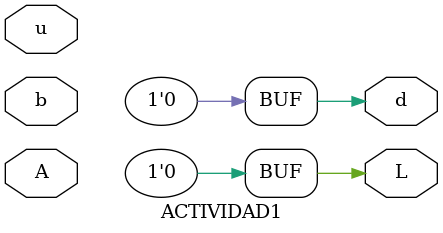
<source format=v>
module ACTIVIDAD1(A, b, u, d, L);
  input A;
  input b;
  input u;
  
  output d = 0;
  output L = 0;

  assign L = (( ~(~A|(A & b & u)) ) & (~(~u|(A & b & u)))  & (~u)) ;
  assign d =  ~(  ~( ~A|(A & b & u) )  ) ;
endmodule

</source>
